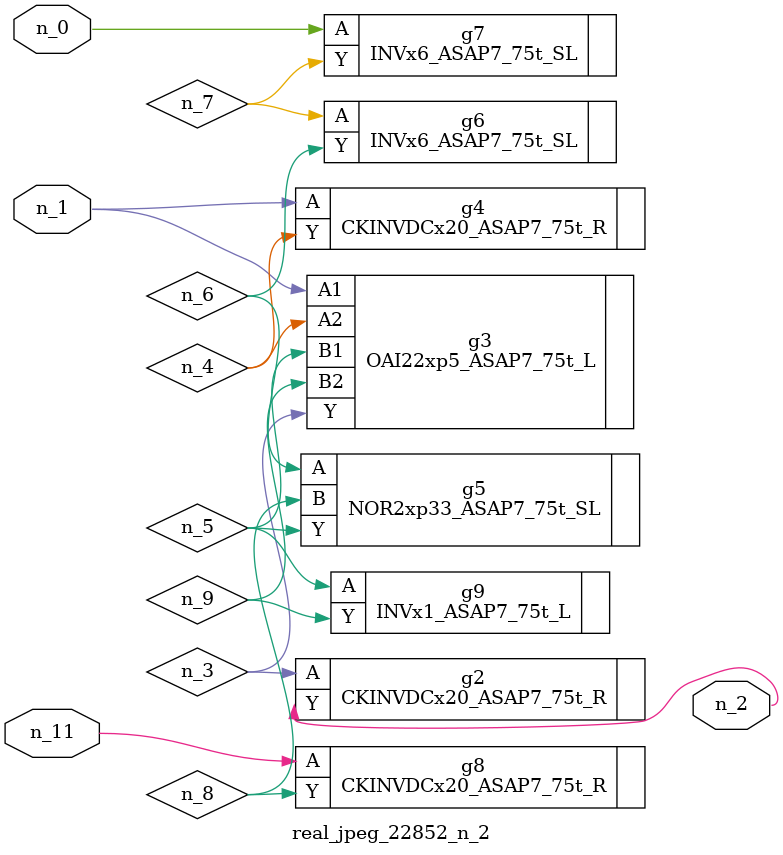
<source format=v>
module real_jpeg_22852_n_2 (n_1, n_11, n_0, n_2);

input n_1;
input n_11;
input n_0;

output n_2;

wire n_5;
wire n_4;
wire n_8;
wire n_6;
wire n_7;
wire n_3;
wire n_9;

INVx6_ASAP7_75t_SL g7 ( 
.A(n_0),
.Y(n_7)
);

OAI22xp5_ASAP7_75t_L g3 ( 
.A1(n_1),
.A2(n_4),
.B1(n_5),
.B2(n_9),
.Y(n_3)
);

CKINVDCx20_ASAP7_75t_R g4 ( 
.A(n_1),
.Y(n_4)
);

CKINVDCx20_ASAP7_75t_R g2 ( 
.A(n_3),
.Y(n_2)
);

INVx1_ASAP7_75t_L g9 ( 
.A(n_5),
.Y(n_9)
);

NOR2xp33_ASAP7_75t_SL g5 ( 
.A(n_6),
.B(n_8),
.Y(n_5)
);

INVx6_ASAP7_75t_SL g6 ( 
.A(n_7),
.Y(n_6)
);

CKINVDCx20_ASAP7_75t_R g8 ( 
.A(n_11),
.Y(n_8)
);


endmodule
</source>
